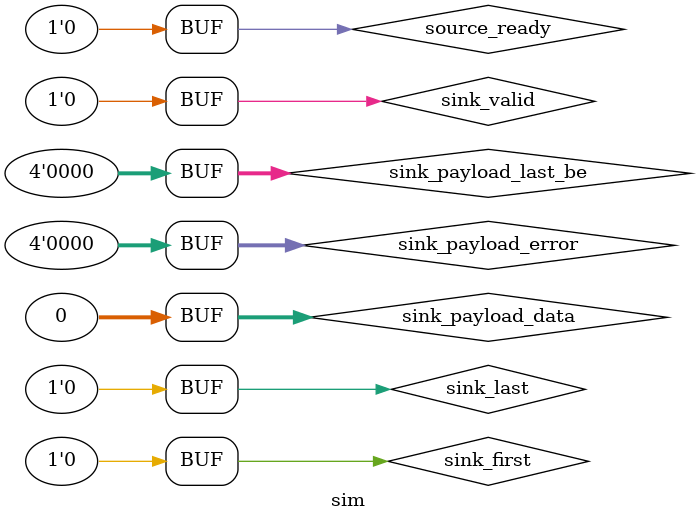
<source format=sv>
module sim ();
	wire sys_clk;
	wire sys_rst;

	reg sink_valid = 0;
	wire sink_ready;
	reg sink_first = 0;
	reg sink_last = 0;
	reg [31:0] sink_payload_data = 0;
	reg [3:0] sink_payload_last_be = 0;
	reg [3:0] sink_payload_error = 0;

	wire source_valid;
	reg source_ready = 0;
	wire source_first;
	wire source_last;
	wire [31:0] source_payload_data;
	wire [3:0] source_payload_last_be;
	wire [3:0] source_payload_error;

	anti_underflow au (
		.sink_valid            (                      ),
		.sink_ready            (sink_ready            ),
		.sink_first            (sink_first            ),
		.sink_last             (sink_last             ),
		.sink_payload_data     (sink_payload_data     ),
		.sink_payload_last_be  (sink_payload_last_be  ),
		.sink_payload_error    (sink_payload_error    ),
		.source_valid          (source_valid          ),
		.source_ready          (source_ready          ),
		.source_first          (source_first          ),
		.source_last           (source_last           ),
		.source_payload_data   (source_payload_data   ),
		.source_payload_last_be(source_payload_last_be),
		.source_payload_error  (source_payload_error  ),
		.sys_clk               (sys_clk               ),
		.sys_rst               (sys_rst               )
	);


endmodule

</source>
